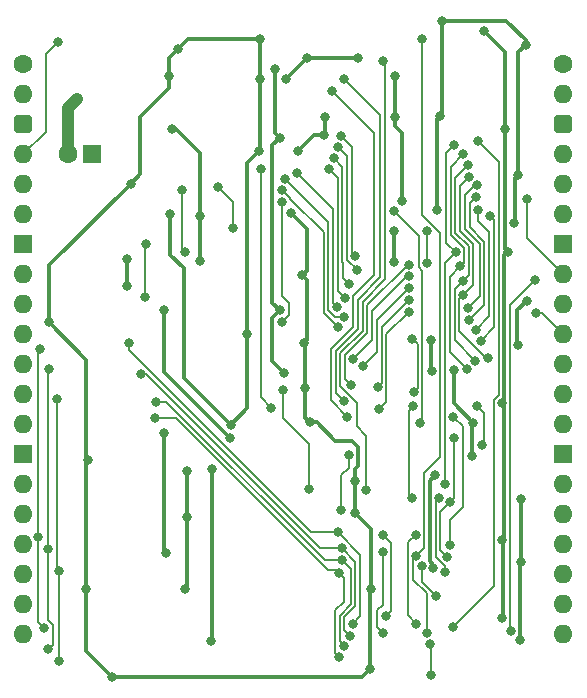
<source format=gbl>
%TF.GenerationSoftware,KiCad,Pcbnew,8.0.4*%
%TF.CreationDate,2024-08-23T13:50:59+02:00*%
%TF.ProjectId,Hex LCD Device,48657820-4c43-4442-9044-65766963652e,V1*%
%TF.SameCoordinates,PX54c81a0PY37b6b20*%
%TF.FileFunction,Copper,L2,Bot*%
%TF.FilePolarity,Positive*%
%FSLAX46Y46*%
G04 Gerber Fmt 4.6, Leading zero omitted, Abs format (unit mm)*
G04 Created by KiCad (PCBNEW 8.0.4) date 2024-08-23 13:50:59*
%MOMM*%
%LPD*%
G01*
G04 APERTURE LIST*
G04 Aperture macros list*
%AMRoundRect*
0 Rectangle with rounded corners*
0 $1 Rounding radius*
0 $2 $3 $4 $5 $6 $7 $8 $9 X,Y pos of 4 corners*
0 Add a 4 corners polygon primitive as box body*
4,1,4,$2,$3,$4,$5,$6,$7,$8,$9,$2,$3,0*
0 Add four circle primitives for the rounded corners*
1,1,$1+$1,$2,$3*
1,1,$1+$1,$4,$5*
1,1,$1+$1,$6,$7*
1,1,$1+$1,$8,$9*
0 Add four rect primitives between the rounded corners*
20,1,$1+$1,$2,$3,$4,$5,0*
20,1,$1+$1,$4,$5,$6,$7,0*
20,1,$1+$1,$6,$7,$8,$9,0*
20,1,$1+$1,$8,$9,$2,$3,0*%
G04 Aperture macros list end*
%TA.AperFunction,ComponentPad*%
%ADD10C,1.600000*%
%TD*%
%TA.AperFunction,ComponentPad*%
%ADD11O,1.600000X1.600000*%
%TD*%
%TA.AperFunction,ComponentPad*%
%ADD12RoundRect,0.400000X-0.400000X-0.400000X0.400000X-0.400000X0.400000X0.400000X-0.400000X0.400000X0*%
%TD*%
%TA.AperFunction,ComponentPad*%
%ADD13R,1.600000X1.600000*%
%TD*%
%TA.AperFunction,ViaPad*%
%ADD14C,0.800000*%
%TD*%
%TA.AperFunction,Conductor*%
%ADD15C,0.380000*%
%TD*%
%TA.AperFunction,Conductor*%
%ADD16C,0.200000*%
%TD*%
%TA.AperFunction,Conductor*%
%ADD17C,1.000000*%
%TD*%
G04 APERTURE END LIST*
D10*
%TO.P,J1,1,Pin_1*%
%TO.N,unconnected-(J1-Pin_1-Pad1)*%
X0Y0D03*
D11*
%TO.P,J1,2,Pin_2*%
%TO.N,unconnected-(J1-Pin_2-Pad2)*%
X0Y-2540000D03*
D12*
%TO.P,J1,3,Pin_3*%
%TO.N,12V*%
X0Y-5080000D03*
D11*
%TO.P,J1,4,Pin_4*%
%TO.N,~{Select}*%
X0Y-7620000D03*
%TO.P,J1,5,Pin_5*%
%TO.N,unconnected-(J1-Pin_5-Pad5)*%
X0Y-10160000D03*
%TO.P,J1,6,Pin_6*%
%TO.N,unconnected-(J1-Pin_6-Pad6)*%
X0Y-12700000D03*
D13*
%TO.P,J1,7,Pin_7*%
%TO.N,GND*%
X0Y-15240000D03*
D11*
%TO.P,J1,8,Pin_8*%
%TO.N,unconnected-(J1-Pin_8-Pad8)*%
X0Y-17780000D03*
%TO.P,J1,9,Pin_9*%
%TO.N,unconnected-(J1-Pin_9-Pad9)*%
X0Y-20320000D03*
%TO.P,J1,10,Pin_10*%
%TO.N,unconnected-(J1-Pin_10-Pad10)*%
X0Y-22860000D03*
%TO.P,J1,11,Pin_11*%
%TO.N,unconnected-(J1-Pin_11-Pad11)*%
X0Y-25400000D03*
%TO.P,J1,12,Pin_12*%
%TO.N,unconnected-(J1-Pin_12-Pad12)*%
X0Y-27940000D03*
%TO.P,J1,13,Pin_13*%
%TO.N,unconnected-(J1-Pin_13-Pad13)*%
X0Y-30480000D03*
D13*
%TO.P,J1,14,Pin_14*%
%TO.N,GND*%
X0Y-33020000D03*
D11*
%TO.P,J1,15,Pin_15*%
%TO.N,~{Reset}*%
X0Y-35560000D03*
%TO.P,J1,16,Pin_16*%
%TO.N,unconnected-(J1-Pin_16-Pad16)*%
X0Y-38100000D03*
%TO.P,J1,17,Pin_17*%
%TO.N,unconnected-(J1-Pin_17-Pad17)*%
X0Y-40640000D03*
%TO.P,J1,18,Pin_18*%
%TO.N,unconnected-(J1-Pin_18-Pad18)*%
X0Y-43180000D03*
%TO.P,J1,19,Pin_19*%
%TO.N,unconnected-(J1-Pin_19-Pad19)*%
X0Y-45720000D03*
%TO.P,J1,20,Pin_20*%
%TO.N,unconnected-(J1-Pin_20-Pad20)*%
X0Y-48260000D03*
%TD*%
D10*
%TO.P,J2,1,Pin_1*%
%TO.N,H0*%
X45720000Y0D03*
D11*
%TO.P,J2,2,Pin_2*%
%TO.N,H1*%
X45720000Y-2540000D03*
D12*
%TO.P,J2,3,Pin_3*%
%TO.N,unconnected-(J2-Pin_3-Pad3)*%
X45720000Y-5080000D03*
D11*
%TO.P,J2,4,Pin_4*%
%TO.N,H2*%
X45720000Y-7620000D03*
%TO.P,J2,5,Pin_5*%
%TO.N,unconnected-(J2-Pin_5-Pad5)*%
X45720000Y-10160000D03*
%TO.P,J2,6,Pin_6*%
%TO.N,D0*%
X45720000Y-12700000D03*
D13*
%TO.P,J2,7,Pin_7*%
%TO.N,GND*%
X45720000Y-15240000D03*
D11*
%TO.P,J2,8,Pin_8*%
%TO.N,D1*%
X45720000Y-17780000D03*
%TO.P,J2,9,Pin_9*%
%TO.N,D2*%
X45720000Y-20320000D03*
%TO.P,J2,10,Pin_10*%
%TO.N,D3*%
X45720000Y-22860000D03*
%TO.P,J2,11,Pin_11*%
%TO.N,D4*%
X45720000Y-25400000D03*
%TO.P,J2,12,Pin_12*%
%TO.N,D5*%
X45720000Y-27940000D03*
%TO.P,J2,13,Pin_13*%
%TO.N,D6*%
X45720000Y-30480000D03*
D13*
%TO.P,J2,14,Pin_14*%
%TO.N,GND*%
X45720000Y-33020000D03*
D11*
%TO.P,J2,15,Pin_15*%
%TO.N,D7*%
X45720000Y-35560000D03*
%TO.P,J2,16,Pin_16*%
%TO.N,A0*%
X45720000Y-38100000D03*
%TO.P,J2,17,Pin_17*%
%TO.N,A1*%
X45720000Y-40640000D03*
%TO.P,J2,18,Pin_18*%
%TO.N,A2*%
X45720000Y-43180000D03*
%TO.P,J2,19,Pin_19*%
%TO.N,~{WD}*%
X45720000Y-45720000D03*
%TO.P,J2,20,Pin_20*%
%TO.N,~{RD}*%
X45720000Y-48260000D03*
%TD*%
D13*
%TO.P,C13,1*%
%TO.N,12V*%
X5784600Y-7595000D03*
D10*
%TO.P,C13,2*%
%TO.N,GND*%
X3784600Y-7595000D03*
%TD*%
D14*
%TO.N,GND*%
X36449000Y-25908000D03*
X42163997Y-36830003D03*
%TO.N,/3.3V*%
X39034000Y2794000D03*
X31369000Y-14097000D03*
X40510000Y-28672641D03*
X34857000Y-34798000D03*
X34714074Y-42647037D03*
X22098000Y-26162000D03*
X21717006Y-6228000D03*
X41021000Y-15875000D03*
X21336000Y-381000D03*
X31368316Y-16759000D03*
X40767000Y-5461000D03*
X21717000Y-20828000D03*
X40510000Y-40259000D03*
X40510000Y-46863000D03*
%TO.N,/WY_{0}*%
X33593000Y-30347026D03*
X31368998Y-12446000D03*
%TO.N,/~{WY_{1}}*%
X35844714Y-41672287D03*
X36130000Y-37057649D03*
X36482035Y-31591185D03*
%TO.N,/~{WY_{0}}*%
X36406000Y-29845000D03*
X36085109Y-40701609D03*
%TO.N,/WY_{1}*%
X38862000Y-32258000D03*
X33082000Y-27725000D03*
X38386829Y-28945904D03*
X32920637Y-23229000D03*
%TO.N,/~{WY_{2}}*%
X35671041Y-42965930D03*
X35207893Y-36670708D03*
%TO.N,GND*%
X25411581Y-5997609D03*
X23255786Y-7309325D03*
X42610000Y-19991962D03*
X17540250Y-30494250D03*
X34544000Y-23292502D03*
X23584245Y-17869245D03*
X13716000Y-44450000D03*
X12446000Y-12700000D03*
X35052000Y-12319000D03*
X35433000Y3683000D03*
X23749000Y-23622000D03*
X18923000Y-22860000D03*
X42545000Y1651000D03*
X32093837Y-11594163D03*
X9080500Y-10096500D03*
X24003000Y507996D03*
X28067000Y-35306000D03*
X37973000Y-33147000D03*
X25527000Y-4416996D03*
X38100000Y-30323000D03*
X28067000Y-37973000D03*
X7493000Y-51835000D03*
X29464000Y-44450000D03*
X42037000Y-48768010D03*
X19939005Y-7366007D03*
X4572000Y-2921006D03*
X23876000Y-27432000D03*
X13081000Y1270000D03*
X20066008Y-1270000D03*
X2185000Y-21843994D03*
X20066004Y2159004D03*
X24250705Y-30311395D03*
X31496000Y-1016008D03*
X35306000Y-4390749D03*
X31496000Y-4416996D03*
X41910000Y-23749000D03*
X29337000Y-51181000D03*
X13843000Y-34417000D03*
X13843000Y-38354000D03*
X22225000Y-1270000D03*
X42164000Y-42114000D03*
X28321000Y508000D03*
X5461000Y-33528000D03*
X12319000Y-1016000D03*
X34603318Y-25973000D03*
X41529000Y-13462000D03*
X41910000Y-9398000D03*
X5334000Y-44450000D03*
X22671000Y-12573000D03*
%TO.N,~{Select}*%
X33277343Y-41590200D03*
X2921000Y1905000D03*
X33781996Y2163000D03*
X34146263Y-48105598D03*
%TO.N,D7*%
X36449000Y-6858000D03*
X26860500Y-6032500D03*
X36582158Y-15924342D03*
X28112541Y-16235311D03*
X35730000Y-35560000D03*
%TO.N,D6*%
X28217651Y-17422651D03*
X37530598Y-25794213D03*
X37240827Y-7597727D03*
X37000003Y-17104120D03*
X26671772Y-7014532D03*
%TO.N,D5*%
X27586042Y-18619947D03*
X37219867Y-18296867D03*
X37682696Y-8508555D03*
X38269404Y-25120291D03*
X26297170Y-7941721D03*
%TO.N,D4*%
X39370000Y-24892000D03*
X25877269Y-8849293D03*
X37725715Y-9507632D03*
X27221000Y-19789382D03*
X37211002Y-19558000D03*
%TO.N,D3*%
X43434000Y-21082000D03*
X23154117Y-9224349D03*
X38414558Y-10232546D03*
X37603319Y-20664745D03*
X26581586Y-20558248D03*
%TO.N,D2*%
X38276847Y-11223021D03*
X37716032Y-21658375D03*
X27141142Y-21387044D03*
X22158688Y-9677020D03*
%TO.N,D1*%
X38285935Y-22480090D03*
X21917170Y-10647419D03*
X42672000Y-11419000D03*
X38481000Y-12319000D03*
X26628639Y-22245732D03*
%TO.N,D0*%
X39530000Y-12827000D03*
X21872000Y-21844000D03*
X38720816Y-23380580D03*
X21908615Y-11647385D03*
%TO.N,A0*%
X30672000Y-46736000D03*
X30480000Y-39878000D03*
%TO.N,A1*%
X33200982Y-39804982D03*
X33274000Y-47371000D03*
%TO.N,A2*%
X30407012Y-41249779D03*
X30480000Y-48133000D03*
%TO.N,~{WD}*%
X34927875Y-44986000D03*
X33727600Y-42483102D03*
%TO.N,/5V Switched*%
X14986000Y-16637000D03*
X8763000Y-18796000D03*
X8763001Y-16509999D03*
X12573000Y-5466000D03*
X14986000Y-12827000D03*
%TO.N,Net-(IC8-CONT)*%
X13462000Y-10668000D03*
X13712294Y-15847000D03*
%TO.N,/Digit L0 Cathode*%
X11938000Y-31242000D03*
X12065000Y-41335000D03*
%TO.N,/Digit R0 Cathode*%
X11938000Y-20766000D03*
X15931364Y-34262000D03*
X15875008Y-48835000D03*
X17527365Y-31624365D03*
%TO.N,/Green LED Enable*%
X30099000Y-29210000D03*
X32639000Y-20954998D03*
%TO.N,/Red LED Enable*%
X32636122Y-19939000D03*
X30034000Y-27305000D03*
%TO.N,/~{Digit L Enable}*%
X28732951Y-25550379D03*
X32674791Y-18939746D03*
%TO.N,/~{Digit R Enable}*%
X32628879Y-17940798D03*
X27935000Y-24947651D03*
%TO.N,/LCD Enable*%
X32641623Y-16940877D03*
X27714821Y-27150120D03*
%TO.N,/300Hz*%
X10287000Y-19685000D03*
X10414000Y-15240000D03*
%TO.N,/Digit 0 B Seg*%
X26699548Y-50141820D03*
X26688430Y-43053000D03*
X11158025Y-29945077D03*
%TO.N,/Digit 0 A Seg*%
X27179403Y-49264469D03*
X11256471Y-28545077D03*
X26986629Y-41987631D03*
%TO.N,/Digit 0 C Seg*%
X3048000Y-50545998D03*
X2878000Y-28320999D03*
X3047997Y-42926000D03*
%TO.N,/Digit 0 F Seg*%
X26933424Y-40944476D03*
X27678857Y-48398125D03*
X9994327Y-26224277D03*
%TO.N,/Digit 0 D Seg*%
X2059721Y-41021000D03*
X2159002Y-25781002D03*
X2071298Y-49530000D03*
%TO.N,/Digit 0 G Seg*%
X8911579Y-23626615D03*
X27872900Y-47371000D03*
X26602898Y-39624000D03*
%TO.N,/Digit 0 E Seg*%
X1778000Y-47714200D03*
X1397002Y-24130000D03*
X1267000Y-40005000D03*
%TO.N,Net-(IC8-DISCH)*%
X16510000Y-10414000D03*
X17780000Y-13843000D03*
%TO.N,/Switch*%
X20997108Y-29055770D03*
X20134969Y-8890000D03*
%TO.N,~{Reset}*%
X27531000Y-33028082D03*
X26897303Y-37691000D03*
%TO.N,/Reset LCD Enable*%
X24166233Y-35913831D03*
X21971000Y-27531000D03*
%TO.N,/Reset LED*%
X30480000Y254000D03*
X29006476Y-36017526D03*
%TO.N,/Reset LED Enable*%
X33020000Y-28956000D03*
X32893000Y-36703000D03*
%TO.N,/Green LED*%
X26162000Y-2286000D03*
X27432000Y-29844996D03*
%TO.N,/Red LED*%
X27178000Y-1270000D03*
X27124240Y-28539439D03*
%TO.N,/~{RY_{0}}*%
X36335621Y-47625000D03*
X38481000Y-6477000D03*
%TO.N,/~{RY_{1}}*%
X43307000Y-18288000D03*
X41247000Y-48008869D03*
X34200896Y-16809000D03*
X34163000Y-14097000D03*
%TO.N,~{RD}*%
X34460193Y-49055047D03*
X34544000Y-51717000D03*
%TD*%
D15*
%TO.N,GND*%
X5334000Y-33401000D02*
X5461000Y-33528000D01*
X5334000Y-24992994D02*
X5334000Y-33401000D01*
X2185000Y-21843994D02*
X5334000Y-24992994D01*
X5334000Y-33655000D02*
X5461000Y-33528000D01*
X5334000Y-44450000D02*
X5334000Y-33655000D01*
X5334000Y-49676000D02*
X5334000Y-44450000D01*
X7493000Y-51835000D02*
X5334000Y-49676000D01*
D16*
%TO.N,/Digit 0 C Seg*%
X3047997Y-42926000D02*
X3047997Y-50545995D01*
X3047997Y-50545995D02*
X3048000Y-50545998D01*
X2878000Y-42756003D02*
X3047997Y-42926000D01*
X2878000Y-28320999D02*
X2878000Y-42756003D01*
D15*
%TO.N,/3.3V*%
X21717000Y-20828000D02*
X21082000Y-20193000D01*
X21336000Y-381000D02*
X21336000Y-5846994D01*
X21082000Y-20193000D02*
X21082000Y-6863006D01*
X21336000Y-5846994D02*
X21717006Y-6228000D01*
X21082000Y-6863006D02*
X21717006Y-6228000D01*
%TO.N,GND*%
X20066008Y-7239004D02*
X19939005Y-7366007D01*
X20066008Y-1270000D02*
X20066008Y-7239004D01*
X18923000Y-22860000D02*
X18923000Y-8382012D01*
X18923000Y-8382012D02*
X19939005Y-7366007D01*
D16*
%TO.N,/Switch*%
X20134969Y-28193631D02*
X20134969Y-8890000D01*
X20997108Y-29055770D02*
X20134969Y-28193631D01*
D15*
%TO.N,GND*%
X20066004Y-1269996D02*
X20066008Y-1270000D01*
X20066004Y2159004D02*
X20066004Y-1269996D01*
X13970004Y2159004D02*
X20066004Y2159004D01*
X13081000Y1270000D02*
X13970004Y2159004D01*
X28683000Y-51835000D02*
X29337000Y-51181000D01*
X7493000Y-51835000D02*
X28683000Y-51835000D01*
D16*
%TO.N,/Green LED*%
X26035000Y-24112564D02*
X26035000Y-28447996D01*
X27921000Y-19646314D02*
X27921000Y-22226564D01*
X29699000Y-17868314D02*
X27921000Y-19646314D01*
X26162000Y-2286000D02*
X29699000Y-5823000D01*
X27921000Y-22226564D02*
X26035000Y-24112564D01*
X26035000Y-28447996D02*
X27432000Y-29844996D01*
X29699000Y-5823000D02*
X29699000Y-17868314D01*
D15*
%TO.N,GND*%
X34544000Y-25913682D02*
X34603318Y-25973000D01*
X34544000Y-23292502D02*
X34544000Y-25913682D01*
X38100000Y-30323000D02*
X36449000Y-28672000D01*
X36449000Y-28672000D02*
X36449000Y-25908000D01*
X42163997Y-36830003D02*
X42163997Y-42113997D01*
X42037000Y-42241000D02*
X42164000Y-42114000D01*
X42037000Y-48768010D02*
X42037000Y-42241000D01*
X42163997Y-42113997D02*
X42164000Y-42114000D01*
%TO.N,/3.3V*%
X40510000Y-40259000D02*
X40640000Y-40389000D01*
X40510000Y-28672641D02*
X40720000Y-28882641D01*
X34714074Y-42353129D02*
X34714074Y-42647037D01*
X40767000Y1061000D02*
X39034000Y2794000D01*
X34416001Y-35238999D02*
X34416000Y-42055055D01*
X21082000Y-25146000D02*
X21082000Y-21463000D01*
X31368316Y-16759000D02*
X31368316Y-14097684D01*
X22098000Y-26162000D02*
X21082000Y-25146000D01*
X40739000Y-5489000D02*
X40739000Y-15593000D01*
X40640000Y-40389000D02*
X40640000Y-46733000D01*
X40510000Y-28672641D02*
X40720000Y-28462641D01*
X40767000Y-5461000D02*
X40767000Y1061000D01*
X40720000Y-28462641D02*
X40720000Y-16176000D01*
X34857000Y-34798000D02*
X34416001Y-35238999D01*
X40739000Y-15593000D02*
X41021000Y-15875000D01*
X34416000Y-42055055D02*
X34714074Y-42353129D01*
X40720000Y-16176000D02*
X41021000Y-15875000D01*
X40720000Y-28882641D02*
X40720000Y-40049000D01*
X40640000Y-46733000D02*
X40510000Y-46863000D01*
X40767000Y-5461000D02*
X40739000Y-5489000D01*
X21082000Y-21463000D02*
X21717000Y-20828000D01*
X40720000Y-40049000D02*
X40510000Y-40259000D01*
X31368316Y-14097684D02*
X31369000Y-14097000D01*
D16*
%TO.N,/WY_{0}*%
X33593000Y-30347026D02*
X33782000Y-30158026D01*
X33450896Y-17119661D02*
X33450896Y-14527898D01*
X33782000Y-30158026D02*
X33782000Y-17450765D01*
X33450896Y-14527898D02*
X31368998Y-12446000D01*
X33782000Y-17450765D02*
X33450896Y-17119661D01*
%TO.N,/~{WY_{1}}*%
X35306000Y-37881649D02*
X35306000Y-41133573D01*
X36130000Y-37057649D02*
X36482035Y-36705614D01*
X36482035Y-36705614D02*
X36482035Y-31591185D01*
X35306000Y-41133573D02*
X35844714Y-41672287D01*
X36130000Y-37057649D02*
X35306000Y-37881649D01*
%TO.N,/~{WY_{0}}*%
X37211000Y-30650000D02*
X36406000Y-29845000D01*
X37211000Y-37465000D02*
X37211000Y-30650000D01*
X36085109Y-38590891D02*
X37211000Y-37465000D01*
X36085109Y-40701609D02*
X36085109Y-38590891D01*
%TO.N,/WY_{1}*%
X33382000Y-27425000D02*
X33382000Y-23690363D01*
X33382000Y-23690363D02*
X32920637Y-23229000D01*
X38862000Y-32258000D02*
X38989000Y-32131000D01*
X33082000Y-27725000D02*
X33382000Y-27425000D01*
X38989000Y-29548075D02*
X38386829Y-28945904D01*
X38989000Y-32131000D02*
X38989000Y-29548075D01*
%TO.N,/~{WY_{2}}*%
X35207893Y-36670708D02*
X34906000Y-36972601D01*
X35671041Y-42488565D02*
X35671041Y-42965930D01*
X34906000Y-41723524D02*
X35671041Y-42488565D01*
X34906000Y-36972601D02*
X34906000Y-41723524D01*
D15*
%TO.N,GND*%
X41783000Y-20818962D02*
X41783000Y-23622000D01*
X27813000Y-31877000D02*
X28321000Y-32385000D01*
X23876000Y-29936690D02*
X24250705Y-30311395D01*
X41656000Y-9652000D02*
X41656000Y-13335000D01*
X29464000Y-39370000D02*
X28067000Y-37973000D01*
X23749000Y-23622000D02*
X24003000Y-23368000D01*
X29337000Y-44577000D02*
X29464000Y-44450000D01*
X28067000Y-34290000D02*
X28321000Y-34036000D01*
X25411581Y-5997609D02*
X24567502Y-5997609D01*
X24850395Y-30311395D02*
X24250705Y-30311395D01*
X42545000Y1651000D02*
X42545000Y2032000D01*
X9906000Y-4445000D02*
X9906000Y-9271000D01*
X23876000Y-27432000D02*
X23876000Y-29936690D01*
X31496000Y-5207000D02*
X31496000Y-4416996D01*
X13589000Y-17272000D02*
X13589000Y-26543000D01*
X12446000Y-12700000D02*
X12446000Y-16129000D01*
X35433000Y-4263749D02*
X35306000Y-4390749D01*
X24003000Y-23368000D02*
X24003000Y-18288000D01*
X32093837Y-11594163D02*
X32093837Y-5804837D01*
X23876000Y-23749000D02*
X23749000Y-23622000D01*
X24003000Y-13905000D02*
X24003000Y-17450490D01*
X37973000Y-33147000D02*
X37973000Y-30450000D01*
X18923000Y-22860000D02*
X18923000Y-29111500D01*
D17*
X3784600Y-3708406D02*
X4572000Y-2921006D01*
D15*
X27813000Y-31877000D02*
X26416000Y-31877000D01*
X41783000Y-23622000D02*
X41910000Y-23749000D01*
X28067000Y-37973000D02*
X28067000Y-35306000D01*
X22671000Y-12573000D02*
X24003000Y-13905000D01*
X28321000Y-34036000D02*
X28321000Y-32385000D01*
X13589000Y-26543000D02*
X17540250Y-30494250D01*
D17*
X3784600Y-7595000D02*
X3784600Y-3708406D01*
D15*
X42610000Y-19991962D02*
X41783000Y-20818962D01*
X24003000Y507996D02*
X22225004Y-1270000D01*
X25411581Y-5997609D02*
X25527000Y-5882190D01*
X23876000Y-27432000D02*
X23876000Y-23749000D01*
X12319000Y-1016000D02*
X12319000Y508000D01*
X2185000Y-16992000D02*
X9080500Y-10096500D01*
X28320996Y507996D02*
X24003000Y507996D01*
X12319000Y-1016000D02*
X12319000Y-2032000D01*
X29337000Y-51181000D02*
X29337000Y-44577000D01*
X41910000Y-9398000D02*
X41910000Y1016000D01*
X24003000Y-18288000D02*
X23584245Y-17869245D01*
X41910000Y-9398000D02*
X41656000Y-9652000D01*
X37973000Y-30450000D02*
X38100000Y-30323000D01*
X41910000Y1016000D02*
X42545000Y1651000D01*
X42545000Y2032000D02*
X40894000Y3683000D01*
X9906000Y-9271000D02*
X9080500Y-10096500D01*
X40894000Y3683000D02*
X35433000Y3683000D01*
X24003000Y-17450490D02*
X23584245Y-17869245D01*
X13843000Y-34417000D02*
X13843000Y-38354000D01*
X24567502Y-5997609D02*
X23255786Y-7309325D01*
X18923000Y-29111500D02*
X17540250Y-30494250D01*
X25527000Y-5882190D02*
X25527000Y-4416996D01*
X31496000Y-1016008D02*
X31496000Y-4416996D01*
X12319000Y508000D02*
X13081000Y1270000D01*
X28321000Y508000D02*
X28320996Y507996D01*
X12319000Y-2032000D02*
X9906000Y-4445000D01*
X13843000Y-38354000D02*
X13843000Y-44323000D01*
X26416000Y-31877000D02*
X24850395Y-30311395D01*
X13843000Y-44323000D02*
X13716000Y-44450000D01*
X28067000Y-35306000D02*
X28067000Y-34290000D01*
X22225004Y-1270000D02*
X22225000Y-1270000D01*
X12446000Y-16129000D02*
X13589000Y-17272000D01*
X2185000Y-21843994D02*
X2185000Y-16992000D01*
X35052000Y-12319000D02*
X35052000Y-4644749D01*
X29464000Y-44450000D02*
X29464000Y-39370000D01*
X35052000Y-4644749D02*
X35306000Y-4390749D01*
X32093837Y-5804837D02*
X31496000Y-5207000D01*
X41656000Y-13335000D02*
X41529000Y-13462000D01*
X35433000Y3683000D02*
X35433000Y-4263749D01*
D16*
%TO.N,~{Select}*%
X35303318Y-14247368D02*
X33781996Y-12726046D01*
X33003883Y-41863660D02*
X33003883Y-43627694D01*
X33781996Y-12726046D02*
X33781996Y2163000D01*
X0Y-7620000D02*
X1905000Y-5715000D01*
X33277343Y-41590200D02*
X33926001Y-40941542D01*
X33277343Y-41590200D02*
X33003883Y-41863660D01*
X33003883Y-43627694D02*
X34146263Y-44770074D01*
X1905000Y889000D02*
X2921000Y1905000D01*
X33926001Y-40941542D02*
X33926001Y-34596314D01*
X35303318Y-33218997D02*
X35303318Y-14247368D01*
X34146263Y-44770074D02*
X34146263Y-48105598D01*
X1905000Y-5715000D02*
X1905000Y889000D01*
X33926001Y-34596314D02*
X35303318Y-33218997D01*
%TO.N,D7*%
X35780993Y-7526007D02*
X36449000Y-6858000D01*
X27813000Y-15935770D02*
X28112541Y-16235311D01*
X35703317Y-16803183D02*
X36582158Y-15924342D01*
X35730000Y-35560000D02*
X35703317Y-35533317D01*
X35780993Y-15123177D02*
X35780993Y-7526007D01*
X35703317Y-35533317D02*
X35703317Y-16803183D01*
X26860500Y-6032500D02*
X27813000Y-6985000D01*
X36582158Y-15924342D02*
X35780993Y-15123177D01*
X27813000Y-6985000D02*
X27813000Y-15935770D01*
%TO.N,D6*%
X37300000Y-15571372D02*
X36180993Y-14452365D01*
X28217651Y-17330371D02*
X28217651Y-17422651D01*
X37000003Y-17104120D02*
X36103319Y-18000804D01*
X36103319Y-24366934D02*
X37530598Y-25794213D01*
X36103319Y-18000804D02*
X36103319Y-24366934D01*
X27412541Y-16525261D02*
X28217651Y-17330371D01*
X27412541Y-7755301D02*
X27412541Y-16525261D01*
X36180993Y-8657561D02*
X37240827Y-7597727D01*
X37000003Y-17104120D02*
X37300000Y-16804123D01*
X26671772Y-7014532D02*
X27412541Y-7755301D01*
X37300000Y-16804123D02*
X37300000Y-15571372D01*
X36180993Y-14452365D02*
X36180993Y-8657561D01*
%TO.N,D5*%
X36580996Y-14286682D02*
X37700000Y-15405686D01*
X27012541Y-8657092D02*
X27012541Y-16690947D01*
X37682696Y-8508555D02*
X36580996Y-9610255D01*
X27050753Y-16729158D02*
X27050753Y-18084658D01*
X27012541Y-16690947D02*
X27050753Y-16729158D01*
X36503319Y-19013415D02*
X37219867Y-18296867D01*
X27050753Y-18084658D02*
X27586042Y-18619947D01*
X37700000Y-17816734D02*
X37219867Y-18296867D01*
X36580996Y-9610255D02*
X36580996Y-14286682D01*
X38269404Y-25120291D02*
X36503319Y-23354206D01*
X37700000Y-15405686D02*
X37700000Y-17816734D01*
X36503319Y-23354206D02*
X36503319Y-19013415D01*
X26297170Y-7941721D02*
X27012541Y-8657092D01*
%TO.N,D4*%
X26612543Y-9584567D02*
X26612543Y-16856638D01*
X36981000Y-14109372D02*
X36981000Y-10252347D01*
X26612543Y-16856638D02*
X26650753Y-16894847D01*
X37211002Y-19558000D02*
X36903319Y-19865683D01*
X38100000Y-18669000D02*
X38100000Y-15228372D01*
X39194811Y-24892000D02*
X39370000Y-24892000D01*
X36981000Y-10252347D02*
X37725715Y-9507632D01*
X25877269Y-8849293D02*
X26612543Y-9584567D01*
X26650753Y-16894847D02*
X26650753Y-19219135D01*
X26650753Y-19219135D02*
X27221000Y-19789382D01*
X36903319Y-22600508D02*
X39194811Y-24892000D01*
X36903319Y-19865683D02*
X36903319Y-22600508D01*
X37211002Y-19558000D02*
X38100000Y-18669000D01*
X38100000Y-15228372D02*
X36981000Y-14109372D01*
%TO.N,D3*%
X26212537Y-17022318D02*
X26212537Y-12282769D01*
X26250751Y-17060534D02*
X26212537Y-17022318D01*
X37381000Y-11056034D02*
X37381000Y-13943685D01*
X38627000Y-15189685D02*
X38627000Y-19641064D01*
X26250751Y-20227413D02*
X26250751Y-17060534D01*
X26212537Y-12282769D02*
X23154117Y-9224349D01*
X38204488Y-10232546D02*
X37381000Y-11056034D01*
X43434000Y-21082000D02*
X43942000Y-21082000D01*
X43942000Y-21082000D02*
X45720000Y-22860000D01*
X26581586Y-20558248D02*
X26250751Y-20227413D01*
X38627000Y-19641064D02*
X37603319Y-20664745D01*
X37381000Y-13943685D02*
X38627000Y-15189685D01*
X38414558Y-10232546D02*
X38204488Y-10232546D01*
%TO.N,D2*%
X38276847Y-11223021D02*
X37781000Y-11718868D01*
X26394607Y-21387044D02*
X25812537Y-20804974D01*
X37781000Y-13778000D02*
X39027000Y-15024000D01*
X27141142Y-21387044D02*
X26394607Y-21387044D01*
X39027000Y-20347407D02*
X37716032Y-21658375D01*
X25812537Y-20804974D02*
X25812537Y-13330869D01*
X37781000Y-11718868D02*
X37781000Y-13778000D01*
X25812537Y-13330869D02*
X22158688Y-9677020D01*
X39027000Y-15024000D02*
X39027000Y-20347407D01*
%TO.N,D1*%
X42672000Y-14732000D02*
X42672000Y-11419000D01*
X38481000Y-13248098D02*
X38481000Y-12319000D01*
X39430000Y-14197098D02*
X38481000Y-13248098D01*
X38285935Y-22480090D02*
X39430000Y-21336025D01*
X45720000Y-17780000D02*
X42672000Y-14732000D01*
X22608615Y-11360936D02*
X25412542Y-14164863D01*
X39430000Y-21336025D02*
X39430000Y-14197098D01*
X25412542Y-14164863D02*
X25412542Y-21029635D01*
X22608615Y-11338864D02*
X21917170Y-10647419D01*
X26628639Y-22245732D02*
X25412542Y-21029635D01*
X22608615Y-11360936D02*
X22608615Y-11338864D01*
%TO.N,D0*%
X22516733Y-20230733D02*
X22516733Y-21199267D01*
X39830000Y-22271396D02*
X39830000Y-13127000D01*
X21908615Y-11647385D02*
X21908615Y-19622615D01*
X22516733Y-21199267D02*
X21872000Y-21844000D01*
X38720816Y-23380580D02*
X39830000Y-22271396D01*
X39830000Y-13127000D02*
X39530000Y-12827000D01*
X21908615Y-19622615D02*
X22516733Y-20230733D01*
%TO.N,A0*%
X31107000Y-40505000D02*
X31107000Y-46301000D01*
X31107000Y-46301000D02*
X30672000Y-46736000D01*
X30480000Y-39878000D02*
X31107000Y-40505000D01*
%TO.N,A1*%
X33274000Y-47371000D02*
X32542300Y-46639300D01*
X32542300Y-40463664D02*
X33200982Y-39804982D01*
X32542300Y-46639300D02*
X32542300Y-40463664D01*
%TO.N,A2*%
X30407012Y-45792988D02*
X30407012Y-41249779D01*
X29972000Y-47625000D02*
X29972000Y-46228000D01*
X30480000Y-48133000D02*
X29972000Y-47625000D01*
X29972000Y-46228000D02*
X30407012Y-45792988D01*
%TO.N,~{WD}*%
X33727600Y-43785725D02*
X34927875Y-44986000D01*
X33727600Y-42483102D02*
X33727600Y-43785725D01*
D15*
%TO.N,/5V Switched*%
X12959000Y-5466000D02*
X12573000Y-5466000D01*
X8763000Y-16510000D02*
X8763001Y-16509999D01*
X14986000Y-7493000D02*
X12959000Y-5466000D01*
X8763000Y-18796000D02*
X8763000Y-16510000D01*
X14986000Y-12827000D02*
X14986000Y-7493000D01*
X14986000Y-12827000D02*
X14986000Y-16637000D01*
D16*
%TO.N,Net-(IC8-CONT)*%
X13462000Y-15596706D02*
X13712294Y-15847000D01*
X13462000Y-10668000D02*
X13462000Y-15596706D01*
D15*
%TO.N,/Digit L0 Cathode*%
X11938000Y-31242000D02*
X11938000Y-41208000D01*
X11938000Y-41208000D02*
X12065000Y-41335000D01*
%TO.N,/Digit R0 Cathode*%
X15931364Y-48778644D02*
X15875008Y-48835000D01*
X11938000Y-26035000D02*
X17527365Y-31624365D01*
X15931364Y-34262000D02*
X15931364Y-48778644D01*
X11938000Y-20766000D02*
X11938000Y-26035000D01*
D16*
%TO.N,/Green LED Enable*%
X30734000Y-28575000D02*
X30734000Y-22859998D01*
X30099000Y-29210000D02*
X30734000Y-28575000D01*
X30734000Y-22859998D02*
X32639000Y-20954998D01*
%TO.N,/Red LED Enable*%
X30034000Y-27305000D02*
X30334000Y-27005000D01*
X30334000Y-22241122D02*
X32636122Y-19939000D01*
X30334000Y-27005000D02*
X30334000Y-22241122D01*
%TO.N,/~{Digit L Enable}*%
X29934000Y-21628000D02*
X29934000Y-24349330D01*
X32622254Y-18939746D02*
X29934000Y-21628000D01*
X32674791Y-18939746D02*
X32622254Y-18939746D01*
X29934000Y-24349330D02*
X28732951Y-25550379D01*
%TO.N,/~{Digit R Enable}*%
X29521000Y-23361651D02*
X27935000Y-24947651D01*
X29521000Y-20899707D02*
X29521000Y-23361651D01*
X32628879Y-17940798D02*
X32479909Y-17940798D01*
X32479909Y-17940798D02*
X29521000Y-20899707D01*
%TO.N,/LCD Enable*%
X32589144Y-16940877D02*
X29121000Y-20409021D01*
X27235000Y-26670299D02*
X27714821Y-27150120D01*
X32641623Y-16940877D02*
X32589144Y-16940877D01*
X29121000Y-20409021D02*
X29121000Y-22723622D01*
X29121000Y-22723622D02*
X27235000Y-24609619D01*
X27235000Y-24609619D02*
X27235000Y-26670299D01*
%TO.N,/300Hz*%
X10414000Y-15240000D02*
X10287000Y-15367000D01*
X10287000Y-15367000D02*
X10287000Y-19685000D01*
%TO.N,/Digit 0 B Seg*%
X26450645Y-42815215D02*
X25797215Y-42815215D01*
X26688430Y-43053000D02*
X27110900Y-43475470D01*
X26372901Y-49815173D02*
X26699548Y-50141820D01*
X27110900Y-45490001D02*
X26372901Y-46228000D01*
X26372901Y-46228000D02*
X26372901Y-49815173D01*
X27110900Y-43475470D02*
X27110900Y-45490001D01*
X25797215Y-42815215D02*
X12927077Y-29945077D01*
X12927077Y-29945077D02*
X11158025Y-29945077D01*
X26688430Y-43053000D02*
X26450645Y-42815215D01*
%TO.N,/Digit 0 A Seg*%
X26986629Y-41987631D02*
X25535317Y-41987631D01*
X26772900Y-46661365D02*
X26772900Y-48857966D01*
X12092762Y-28545077D02*
X11256471Y-28545077D01*
X27707900Y-42708902D02*
X27707900Y-45726365D01*
X27707900Y-45726365D02*
X26772900Y-46661365D01*
X26772900Y-48857966D02*
X27179403Y-49264469D01*
X26986629Y-41987631D02*
X27707900Y-42708902D01*
X25535317Y-41987631D02*
X12092762Y-28545077D01*
%TO.N,/Digit 0 F Seg*%
X28107900Y-45892050D02*
X27172900Y-46827050D01*
X10349277Y-26224277D02*
X9994327Y-26224277D01*
X26933424Y-40944476D02*
X25069476Y-40944476D01*
X28107900Y-42118952D02*
X28107900Y-45892050D01*
X27172900Y-47892168D02*
X27678857Y-48398125D01*
X26933424Y-40944476D02*
X28107900Y-42118952D01*
X25069476Y-40944476D02*
X10349277Y-26224277D01*
X27172900Y-46827050D02*
X27172900Y-47892168D01*
%TO.N,/Digit 0 D Seg*%
X2059721Y-41021000D02*
X2059721Y-25880283D01*
X2059721Y-25880283D02*
X2159002Y-25781002D01*
X2478000Y-47424250D02*
X2478000Y-49123298D01*
X2059721Y-41021000D02*
X2059721Y-47005971D01*
X2059721Y-47005971D02*
X2478000Y-47424250D01*
X2478000Y-49123298D02*
X2071298Y-49530000D01*
%TO.N,/Digit 0 G Seg*%
X26602898Y-39624000D02*
X28507900Y-41529002D01*
X8911579Y-24151579D02*
X8911579Y-23626615D01*
X24384000Y-39624000D02*
X8911579Y-24151579D01*
X28507900Y-46736000D02*
X27872900Y-47371000D01*
X26602898Y-39624000D02*
X24384000Y-39624000D01*
X28507900Y-41529002D02*
X28507900Y-46736000D01*
%TO.N,/Digit 0 E Seg*%
X1270000Y-40008000D02*
X1267000Y-40005000D01*
X1267000Y-40005000D02*
X1267000Y-24260002D01*
X1267000Y-24260002D02*
X1397002Y-24130000D01*
X1270000Y-47206200D02*
X1270000Y-40008000D01*
X1778000Y-47714200D02*
X1270000Y-47206200D01*
%TO.N,Net-(IC8-DISCH)*%
X17780000Y-11684000D02*
X16510000Y-10414000D01*
X17780000Y-13843000D02*
X17780000Y-11684000D01*
%TO.N,~{Reset}*%
X26897303Y-37691000D02*
X26897303Y-34766732D01*
X27531000Y-34133035D02*
X27531000Y-33028082D01*
X26897303Y-34766732D02*
X27531000Y-34133035D01*
%TO.N,/Reset LCD Enable*%
X24166233Y-32167233D02*
X21971000Y-29972000D01*
X24166233Y-35913831D02*
X24166233Y-32167233D01*
X21971000Y-29972000D02*
X21971000Y-27531000D01*
%TO.N,/Reset LED*%
X30626000Y-18199686D02*
X30626000Y108000D01*
X28721000Y-22557936D02*
X28721000Y-20104685D01*
X26835000Y-24443934D02*
X28721000Y-22557936D01*
X28235376Y-30648376D02*
X28235376Y-28660624D01*
X26835000Y-27260249D02*
X26835000Y-24443934D01*
X30626000Y108000D02*
X30480000Y254000D01*
X29006476Y-36017526D02*
X29006476Y-31419476D01*
X29006476Y-31419476D02*
X28235376Y-30648376D01*
X28721000Y-20104685D02*
X30626000Y-18199686D01*
X28235376Y-28660624D02*
X26835000Y-27260249D01*
%TO.N,/Reset LED Enable*%
X32893000Y-36703000D02*
X32639000Y-36449000D01*
X32639000Y-29337000D02*
X33020000Y-28956000D01*
X32639000Y-36449000D02*
X32639000Y-29337000D01*
%TO.N,/Red LED*%
X30226000Y-18034000D02*
X30226000Y-4318000D01*
X27124240Y-28539439D02*
X26435000Y-27850199D01*
X28321000Y-22392250D02*
X28321000Y-19939000D01*
X30226000Y-4318000D02*
X27178000Y-1270000D01*
X26435000Y-27850199D02*
X26435000Y-24278249D01*
X26435000Y-24278249D02*
X28321000Y-22392250D01*
X28321000Y-19939000D02*
X30226000Y-18034000D01*
%TO.N,/~{RY_{0}}*%
X36335621Y-47625000D02*
X39810000Y-44150621D01*
X40230000Y-27962691D02*
X40230000Y-8226000D01*
X39810000Y-44150621D02*
X39810000Y-28382691D01*
X40230000Y-8226000D02*
X38481000Y-6477000D01*
X39810000Y-28382691D02*
X40230000Y-27962691D01*
%TO.N,/~{RY_{1}}*%
X43307000Y-18288000D02*
X41210000Y-20385000D01*
X41210000Y-47971869D02*
X41247000Y-48008869D01*
X41210000Y-20385000D02*
X41210000Y-47971869D01*
X34163000Y-14097000D02*
X34163000Y-16771104D01*
X34163000Y-16771104D02*
X34200896Y-16809000D01*
%TO.N,~{RD}*%
X34544000Y-49138854D02*
X34544000Y-51717000D01*
X34460193Y-49055047D02*
X34544000Y-49138854D01*
%TD*%
M02*

</source>
